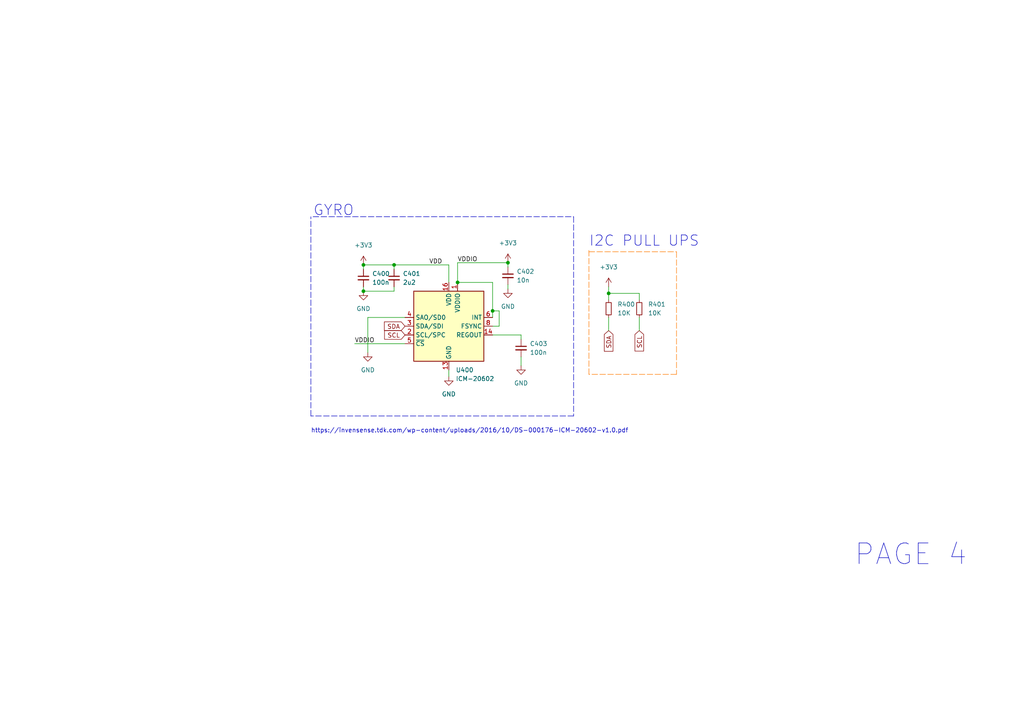
<source format=kicad_sch>
(kicad_sch (version 20211123) (generator eeschema)
  (paper "A4")
  (title_block (title "Gimble Board") (date "2022-07-04") (rev "0.2") (company "Emin Yaren"))
  (lib_symbols
    (symbol "Device:C_Small" (pin_numbers hide) (pin_names (offset 0.254) hide)
      (property "Reference" "C" (at 0.254 1.778 0))
      (property "Value" "C_Small" (at 0.254 -2.032 0))
      (symbol "C_Small_0_1"
        (polyline (pts (xy -1.524 -0.508) (xy 1.524 -0.508)) (stroke (width 0.3302)))
        (polyline (pts (xy -1.524 0.508) (xy 1.524 0.508)) (stroke (width 0.3048)))
      )
      (symbol "C_Small_1_1"
        (pin passive line (at 0 2.54 270) (length 2.032) (name "~") (number "1"))
        (pin passive line (at 0 -2.54 90) (length 2.032) (name "~") (number "2"))
      )
    )
    (symbol "Device:R_Small" (pin_numbers hide) (pin_names (offset 0.254) hide)
      (property "Reference" "R" (at 0.762 0.508 0))
      (property "Value" "R_Small" (at 0.762 -1.016 0))
      (symbol "R_Small_0_1"
        (rectangle (start -0.762 1.778) (end 0.762 -1.778) (stroke (width 0.2032)))
      )
      (symbol "R_Small_1_1"
        (pin passive line (at 0 2.54 270) (length 0.762) (name "~") (number "1"))
        (pin passive line (at 0 -2.54 90) (length 0.762) (name "~") (number "2"))
      )
    )
    (symbol "Sensor_Motion:ICM-20602"
      (property "Reference" "U" (at -10.16 11.43 0))
      (property "Value" "ICM-20602" (at 10.16 11.43 0))
      (symbol "ICM-20602_0_1"
        (rectangle (start -10.16 10.16) (end 10.16 -10.16) (stroke (width 0.254)) (fill (type background)))
      )
      (symbol "ICM-20602_1_1"
        (pin power_in line (at 2.54 12.7 270) (length 2.54) (name "VDDIO") (number "1"))
        (pin passive line (at 0 -12.7 90) (length 2.54) hide (name "GND") (number "10"))
        (pin passive line (at 0 -12.7 90) (length 2.54) hide (name "GND") (number "11"))
        (pin passive line (at 0 -12.7 90) (length 2.54) hide (name "GND") (number "12"))
        (pin power_in line (at 0 -12.7 90) (length 2.54) (name "GND") (number "13"))
        (pin passive line (at 12.7 -2.54 180) (length 2.54) (name "REGOUT") (number "14"))
        (pin passive line (at 0 -12.7 90) (length 2.54) hide (name "GND") (number "15"))
        (pin power_in line (at 0 12.7 270) (length 2.54) (name "VDD") (number "16"))
        (pin input line (at -12.7 -2.54 0) (length 2.54) (name "SCL/SPC") (number "2"))
        (pin bidirectional line (at -12.7 0 0) (length 2.54) (name "SDA/SDI") (number "3"))
        (pin bidirectional line (at -12.7 2.54 0) (length 2.54) (name "SAO/SD0") (number "4"))
        (pin input line (at -12.7 -5.08 0) (length 2.54) (name "~{CS}") (number "5"))
        (pin output line (at 12.7 2.54 180) (length 2.54) (name "INT") (number "6"))
        (pin no_connect line (at -10.16 5.08 0) (length 2.54) hide (name "RESV") (number "7"))
        (pin input line (at 12.7 0 180) (length 2.54) (name "FSYNC") (number "8"))
        (pin passive line (at 0 -12.7 90) (length 2.54) hide (name "GND") (number "9"))
      )
    )
    (symbol "power:+3V3" (power) (pin_names (offset 0))
      (property "Value" "+3V3" (at 0 3.556 0))
      (symbol "+3V3_0_1"
        (polyline (pts (xy -0.762 1.27) (xy 0 2.54)))
        (polyline (pts (xy 0 0) (xy 0 2.54)))
        (polyline (pts (xy 0 2.54) (xy 0.762 1.27)))
      )
      (symbol "+3V3_1_1"
        (pin power_in line (at 0 0 90) (length 0) hide (name "+3V3") (number "1"))
      )
    )
    (symbol "power:GND" (power) (pin_names (offset 0))
      (property "Value" "GND" (at 0 -3.81 0))
      (symbol "GND_0_1"
        (polyline (pts (xy 0 0) (xy 0 -1.27) (xy 1.27 -1.27) (xy 0 -2.54) (xy -1.27 -1.27) (xy 0 -1.27)))
      )
      (symbol "GND_1_1"
        (pin power_in line (at 0 0 270) (length 0) hide (name "GND") (number "1"))
      )
    )
  )
  (junction (at 142.875 90.17))
  (junction (at 105.41 76.835))
  (junction (at 114.3 76.835))
  (junction (at 176.53 85.09))
  (junction (at 105.41 84.455))
  (junction (at 132.715 81.915))
  (junction (at 147.32 76.2))
  (wire (pts (xy 151.13 103.505) (xy 151.13 106.045)))
  (wire (pts (xy 130.175 107.315) (xy 130.175 109.22)))
  (wire (pts (xy 176.53 85.09) (xy 176.53 86.995)))
  (wire (pts (xy 114.3 76.835) (xy 130.175 76.835)))
  (polyline (pts (xy 170.815 108.585) (xy 170.815 72.39)) (stroke (width 0) (color 255 121 0 1)))
  (wire (pts (xy 102.87 99.695) (xy 117.475 99.695)))
  (wire (pts (xy 147.32 77.47) (xy 147.32 76.2)))
  (polyline (pts (xy 170.815 73.025) (xy 196.215 73.025)) (stroke (width 0) (color 255 121 0 1)))
  (wire (pts (xy 142.875 90.17) (xy 142.875 81.915)))
  (wire (pts (xy 147.32 82.55) (xy 147.32 83.82)))
  (wire (pts (xy 114.3 76.835) (xy 105.41 76.835)))
  (wire (pts (xy 105.41 84.455) (xy 114.3 84.455)))
  (wire (pts (xy 105.41 76.835) (xy 105.41 78.105)))
  (wire (pts (xy 142.875 97.155) (xy 151.13 97.155)))
  (wire (pts (xy 176.53 83.185) (xy 176.53 85.09)))
  (polyline (pts (xy 196.215 73.025) (xy 196.215 108.585)) (stroke (width 0) (color 255 121 0 1)))
  (wire (pts (xy 114.3 78.105) (xy 114.3 76.835)))
  (wire (pts (xy 130.175 81.915) (xy 130.175 76.835)))
  (wire (pts (xy 132.715 81.915) (xy 142.875 81.915)))
  (wire (pts (xy 105.41 83.185) (xy 105.41 84.455)))
  (wire (pts (xy 142.875 94.615) (xy 144.78 94.615)))
  (polyline (pts (xy 196.215 108.585) (xy 170.815 108.585)) (stroke (width 0) (color 255 121 0 1)))
  (wire (pts (xy 132.715 76.2) (xy 147.32 76.2)))
  (wire (pts (xy 185.42 86.995) (xy 185.42 85.09)))
  (wire (pts (xy 132.715 76.2) (xy 132.715 81.915)))
  (wire (pts (xy 185.42 92.075) (xy 185.42 95.885)))
  (polyline (pts (xy 90.17 120.65) (xy 90.17 62.865)))
  (wire (pts (xy 114.3 84.455) (xy 114.3 83.185)))
  (wire (pts (xy 144.78 90.17) (xy 142.875 90.17)))
  (wire (pts (xy 151.13 97.155) (xy 151.13 98.425)))
  (wire (pts (xy 106.68 92.075) (xy 106.68 102.235)))
  (wire (pts (xy 176.53 92.075) (xy 176.53 95.885)))
  (wire (pts (xy 176.53 85.09) (xy 185.42 85.09)))
  (polyline (pts (xy 166.37 62.865) (xy 166.37 120.65)))
  (wire (pts (xy 144.78 94.615) (xy 144.78 90.17)))
  (wire (pts (xy 142.875 92.075) (xy 142.875 90.17)))
  (wire (pts (xy 117.475 92.075) (xy 106.68 92.075)))
  (polyline (pts (xy 90.805 62.865) (xy 166.37 62.865)))
  (polyline (pts (xy 166.37 120.65) (xy 90.17 120.65)))
  (text "I2C PULL UPS" (at 170.815 71.755 0) (effects (font (size 3 3)) (justify left bottom)))
  (text "https://invensense.tdk.com/wp-content/uploads/2016/10/DS-000176-ICM-20602-v1.0.pdf" (at 90.17 125.73 0) (effects (font (size 1.27 1.27)) (justify left bottom)))
  (text "PAGE 4" (at 247.65 164.465 0) (effects (font (size 6 6)) (justify left bottom)))
  (text "GYRO" (at 90.805 62.865 0) (effects (font (size 3 3)) (justify left bottom)))
  (label "VDDIO" (at 132.715 76.2 0))
  (label "VDD" (at 124.46 76.835 0))
  (label "VDDIO" (at 102.87 99.695 0))
  (global_label "SDA" (shape input) (at 176.53 95.885 270) (property "Intersheet References" "${INTERSHEET_REFS}" (effects hide)))
  (global_label "SDA" (shape input) (at 117.475 94.615 180) (property "Intersheet References" "${INTERSHEET_REFS}" (effects hide)))
  (global_label "SCL" (shape input) (at 185.42 95.885 270) (property "Intersheet References" "${INTERSHEET_REFS}" (effects hide)))
  (global_label "SCL" (shape input) (at 117.475 97.155 180) (property "Intersheet References" "${INTERSHEET_REFS}" (effects hide)))
  (symbol (lib_id "Device:C_Small") (at 114.3 80.645 0) (unit 1)
    (property "Reference" "C401" (at 116.84 79.3812 0) (effects (justify left)))
    (property "Value" "2u2" (at 116.84 81.9212 0) (effects (justify left)))
    (property "Footprint" "Capacitor_SMD:C_0603_1608Metric" (effects hide))
  )
  (symbol (lib_id "power:+3V3") (at 176.53 83.185 0) (unit 1)
    (property "Reference" "#PWR0129" (effects hide))
    (property "Value" "+3V3" (at 176.53 77.47 0))
  )
  (symbol (lib_id "Device:C_Small") (at 151.13 100.965 0) (unit 1)
    (property "Reference" "C403" (at 153.67 99.7012 0) (effects (justify left)))
    (property "Value" "100n" (at 153.67 102.2412 0) (effects (justify left)))
    (property "Footprint" "Capacitor_SMD:C_0402_1005Metric" (effects hide))
  )
  (symbol (lib_id "power:GND") (at 151.13 106.045 0) (unit 1)
    (property "Reference" "#PWR0132" (effects hide))
    (property "Value" "GND" (at 151.13 111.125 0))
  )
  (symbol (lib_id "power:GND") (at 130.175 109.22 0) (unit 1)
    (property "Reference" "#PWR0128" (effects hide))
    (property "Value" "GND" (at 130.175 114.3 0))
  )
  (symbol (lib_id "power:+3V3") (at 105.41 76.835 0) (unit 1)
    (property "Reference" "#PWR0130" (effects hide))
    (property "Value" "+3V3" (at 105.41 71.12 0))
  )
  (symbol (lib_id "power:GND") (at 105.41 84.455 0) (unit 1)
    (property "Reference" "#PWR0126" (effects hide))
    (property "Value" "GND" (at 105.41 89.535 0))
  )
  (symbol (lib_id "power:+3V3") (at 147.32 76.2 0) (unit 1)
    (property "Reference" "#PWR0131" (effects hide))
    (property "Value" "+3V3" (at 147.32 70.485 0))
  )
  (symbol (lib_id "power:GND") (at 106.68 102.235 0) (unit 1)
    (property "Reference" "#PWR0127" (effects hide))
    (property "Value" "GND" (at 106.68 107.315 0))
  )
  (symbol (lib_id "Sensor_Motion:ICM-20602") (at 130.175 94.615 0) (unit 1)
    (property "Reference" "U400" (at 132.1944 107.315 0) (effects (justify left)))
    (property "Value" "ICM-20602" (at 132.1944 109.855 0) (effects (justify left)))
    (property "Footprint" "Package_LGA:LGA-16_3x3mm_P0.5mm_LayoutBorder3x5y" (effects hide))
    (property "Datasheet" "http://www.invensense.com/wp-content/uploads/2016/10/DS-000176-ICM-20602-v1.0.pdf" (effects hide))
  )
  (symbol (lib_id "Device:R_Small") (at 185.42 89.535 0) (unit 1)
    (property "Reference" "R401" (at 187.96 88.2649 0) (effects (justify left)))
    (property "Value" "10K" (at 187.96 90.8049 0) (effects (justify left)))
    (property "Footprint" "Resistor_SMD:R_0402_1005Metric" (effects hide))
  )
  (symbol (lib_id "power:GND") (at 147.32 83.82 0) (unit 1)
    (property "Reference" "#PWR0133" (effects hide))
    (property "Value" "GND" (at 147.32 88.9 0))
  )
  (symbol (lib_id "Device:R_Small") (at 176.53 89.535 0) (unit 1)
    (property "Reference" "R400" (at 179.07 88.2649 0) (effects (justify left)))
    (property "Value" "10K" (at 179.07 90.8049 0) (effects (justify left)))
    (property "Footprint" "Resistor_SMD:R_0402_1005Metric" (effects hide))
  )
  (symbol (lib_id "Device:C_Small") (at 147.32 80.01 0) (unit 1)
    (property "Reference" "C402" (at 149.86 78.7462 0) (effects (justify left)))
    (property "Value" "10n" (at 149.86 81.2862 0) (effects (justify left)))
    (property "Footprint" "Capacitor_SMD:C_0402_1005Metric" (effects hide))
  )
  (symbol (lib_id "Device:C_Small") (at 105.41 80.645 0) (unit 1)
    (property "Reference" "C400" (at 107.95 79.3812 0) (effects (justify left)))
    (property "Value" "100n" (at 107.95 81.9212 0) (effects (justify left)))
    (property "Footprint" "Capacitor_SMD:C_0402_1005Metric" (effects hide))
  )
)
</source>
